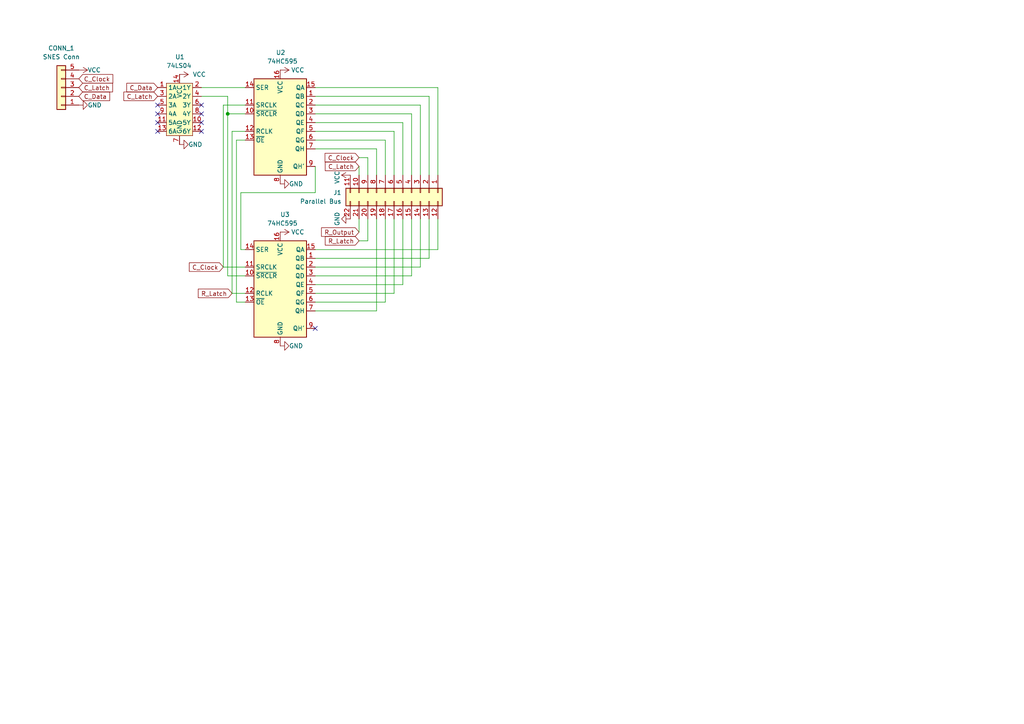
<source format=kicad_sch>
(kicad_sch (version 20211123) (generator eeschema)
  (paper "A4")
  (title_block (title "SNES Controller"))
  (lib_symbols
    (symbol "74xx:74HC595"
      (property "Reference" "U" (at -7.62 13.97 0))
      (property "Value" "74HC595" (at -7.62 -16.51 0))
      (symbol "74HC595_1_0"
        (pin tri_state line (at 10.16 7.62 180) (length 2.54) (name "QB") (number "1"))
        (pin input line (at -10.16 2.54 0) (length 2.54) (name "~{SRCLR}") (number "10"))
        (pin input line (at -10.16 5.08 0) (length 2.54) (name "SRCLK") (number "11"))
        (pin input line (at -10.16 -2.54 0) (length 2.54) (name "RCLK") (number "12"))
        (pin input line (at -10.16 -5.08 0) (length 2.54) (name "~{OE}") (number "13"))
        (pin input line (at -10.16 10.16 0) (length 2.54) (name "SER") (number "14"))
        (pin tri_state line (at 10.16 10.16 180) (length 2.54) (name "QA") (number "15"))
        (pin power_in line (at 0 15.24 270) (length 2.54) (name "VCC") (number "16"))
        (pin tri_state line (at 10.16 5.08 180) (length 2.54) (name "QC") (number "2"))
        (pin tri_state line (at 10.16 2.54 180) (length 2.54) (name "QD") (number "3"))
        (pin tri_state line (at 10.16 0 180) (length 2.54) (name "QE") (number "4"))
        (pin tri_state line (at 10.16 -2.54 180) (length 2.54) (name "QF") (number "5"))
        (pin tri_state line (at 10.16 -5.08 180) (length 2.54) (name "QG") (number "6"))
        (pin tri_state line (at 10.16 -7.62 180) (length 2.54) (name "QH") (number "7"))
        (pin power_in line (at 0 -17.78 90) (length 2.54) (name "GND") (number "8"))
        (pin output line (at 10.16 -12.7 180) (length 2.54) (name "QH'") (number "9"))
      )
      (symbol "74HC595_1_1"
        (rectangle (start -7.62 12.7) (end 7.62 -15.24) (stroke (width 0.254)) (fill (type background)))
      )
    )
    (symbol "Connector_Generic:Conn_01x05" (pin_names (offset 1.016) hide)
      (property "Reference" "J" (at 0 7.62 0))
      (property "Value" "Conn_01x05" (at 0 -7.62 0))
      (symbol "Conn_01x05_1_1"
        (rectangle (start -1.27 -4.953) (end 0 -5.207) (stroke (width 0.1524)))
        (rectangle (start -1.27 -2.413) (end 0 -2.667) (stroke (width 0.1524)))
        (rectangle (start -1.27 0.127) (end 0 -0.127) (stroke (width 0.1524)))
        (rectangle (start -1.27 2.667) (end 0 2.413) (stroke (width 0.1524)))
        (rectangle (start -1.27 5.207) (end 0 4.953) (stroke (width 0.1524)))
        (rectangle (start -1.27 6.35) (end 1.27 -6.35) (stroke (width 0.254)) (fill (type background)))
        (pin passive line (at -5.08 5.08 0) (length 3.81) (name "Pin_1") (number "1"))
        (pin passive line (at -5.08 2.54 0) (length 3.81) (name "Pin_2") (number "2"))
        (pin passive line (at -5.08 0 0) (length 3.81) (name "Pin_3") (number "3"))
        (pin passive line (at -5.08 -2.54 0) (length 3.81) (name "Pin_4") (number "4"))
        (pin passive line (at -5.08 -5.08 0) (length 3.81) (name "Pin_5") (number "5"))
      )
    )
    (symbol "Connector_Generic:Conn_02x11_Top_Bottom" (pin_names (offset 1.016) hide)
      (property "Reference" "J" (at 1.27 15.24 0))
      (property "Value" "Conn_02x11_Top_Bottom" (at 1.27 -15.24 0))
      (symbol "Conn_02x11_Top_Bottom_1_1"
        (rectangle (start -1.27 -12.573) (end 0 -12.827) (stroke (width 0.1524)))
        (rectangle (start -1.27 -10.033) (end 0 -10.287) (stroke (width 0.1524)))
        (rectangle (start -1.27 -7.493) (end 0 -7.747) (stroke (width 0.1524)))
        (rectangle (start -1.27 -4.953) (end 0 -5.207) (stroke (width 0.1524)))
        (rectangle (start -1.27 -2.413) (end 0 -2.667) (stroke (width 0.1524)))
        (rectangle (start -1.27 0.127) (end 0 -0.127) (stroke (width 0.1524)))
        (rectangle (start -1.27 2.667) (end 0 2.413) (stroke (width 0.1524)))
        (rectangle (start -1.27 5.207) (end 0 4.953) (stroke (width 0.1524)))
        (rectangle (start -1.27 7.747) (end 0 7.493) (stroke (width 0.1524)))
        (rectangle (start -1.27 10.287) (end 0 10.033) (stroke (width 0.1524)))
        (rectangle (start -1.27 12.827) (end 0 12.573) (stroke (width 0.1524)))
        (rectangle (start -1.27 13.97) (end 3.81 -13.97) (stroke (width 0.254)) (fill (type background)))
        (rectangle (start 3.81 -12.573) (end 2.54 -12.827) (stroke (width 0.1524)))
        (rectangle (start 3.81 -10.033) (end 2.54 -10.287) (stroke (width 0.1524)))
        (rectangle (start 3.81 -7.493) (end 2.54 -7.747) (stroke (width 0.1524)))
        (rectangle (start 3.81 -4.953) (end 2.54 -5.207) (stroke (width 0.1524)))
        (rectangle (start 3.81 -2.413) (end 2.54 -2.667) (stroke (width 0.1524)))
        (rectangle (start 3.81 0.127) (end 2.54 -0.127) (stroke (width 0.1524)))
        (rectangle (start 3.81 2.667) (end 2.54 2.413) (stroke (width 0.1524)))
        (rectangle (start 3.81 5.207) (end 2.54 4.953) (stroke (width 0.1524)))
        (rectangle (start 3.81 7.747) (end 2.54 7.493) (stroke (width 0.1524)))
        (rectangle (start 3.81 10.287) (end 2.54 10.033) (stroke (width 0.1524)))
        (rectangle (start 3.81 12.827) (end 2.54 12.573) (stroke (width 0.1524)))
        (pin passive line (at -5.08 12.7 0) (length 3.81) (name "Pin_1") (number "1"))
        (pin passive line (at -5.08 -10.16 0) (length 3.81) (name "Pin_10") (number "10"))
        (pin passive line (at -5.08 -12.7 0) (length 3.81) (name "Pin_11") (number "11"))
        (pin passive line (at 7.62 12.7 180) (length 3.81) (name "Pin_12") (number "12"))
        (pin passive line (at 7.62 10.16 180) (length 3.81) (name "Pin_13") (number "13"))
        (pin passive line (at 7.62 7.62 180) (length 3.81) (name "Pin_14") (number "14"))
        (pin passive line (at 7.62 5.08 180) (length 3.81) (name "Pin_15") (number "15"))
        (pin passive line (at 7.62 2.54 180) (length 3.81) (name "Pin_16") (number "16"))
        (pin passive line (at 7.62 0 180) (length 3.81) (name "Pin_17") (number "17"))
        (pin passive line (at 7.62 -2.54 180) (length 3.81) (name "Pin_18") (number "18"))
        (pin passive line (at 7.62 -5.08 180) (length 3.81) (name "Pin_19") (number "19"))
        (pin passive line (at -5.08 10.16 0) (length 3.81) (name "Pin_2") (number "2"))
        (pin passive line (at 7.62 -7.62 180) (length 3.81) (name "Pin_20") (number "20"))
        (pin passive line (at 7.62 -10.16 180) (length 3.81) (name "Pin_21") (number "21"))
        (pin passive line (at 7.62 -12.7 180) (length 3.81) (name "Pin_22") (number "22"))
        (pin passive line (at -5.08 7.62 0) (length 3.81) (name "Pin_3") (number "3"))
        (pin passive line (at -5.08 5.08 0) (length 3.81) (name "Pin_4") (number "4"))
        (pin passive line (at -5.08 2.54 0) (length 3.81) (name "Pin_5") (number "5"))
        (pin passive line (at -5.08 0 0) (length 3.81) (name "Pin_6") (number "6"))
        (pin passive line (at -5.08 -2.54 0) (length 3.81) (name "Pin_7") (number "7"))
        (pin passive line (at -5.08 -5.08 0) (length 3.81) (name "Pin_8") (number "8"))
        (pin passive line (at -5.08 -7.62 0) (length 3.81) (name "Pin_9") (number "9"))
      )
    )
    (symbol "Lyra-SymbolLib:74LS04"
      (property "Reference" "U?" (at -2.54 8.89 0))
      (property "Value" "74LS04" (at -1.27 6.35 0))
      (symbol "74LS04_0_1"
        (rectangle (start -5.08 -3.81) (end 2.54 -19.05) (fill (type background)))
      )
      (symbol "74LS04_1_1"
        (pin input line (at -7.62 -5.08 0) (length 2.54) (name "1A") (number "1"))
        (pin output line (at 5.08 -15.24 180) (length 2.54) (name "5Y") (number "10"))
        (pin input line (at -7.62 -15.24 0) (length 2.54) (name "5A") (number "11"))
        (pin output line (at 5.08 -17.78 180) (length 2.54) (name "6Y") (number "12"))
        (pin input line (at -7.62 -17.78 0) (length 2.54) (name "6A") (number "13"))
        (pin power_in line (at -1.27 -1.27 270) (length 2.54) (name "VCC") (number "14"))
        (pin output line (at 5.08 -5.08 180) (length 2.54) (name "1Y") (number "2"))
        (pin input line (at -7.62 -7.62 0) (length 2.54) (name "2A") (number "3"))
        (pin output line (at 5.08 -7.62 180) (length 2.54) (name "2Y") (number "4"))
        (pin input line (at -7.62 -10.16 0) (length 2.54) (name "3A") (number "5"))
        (pin output line (at 5.08 -10.16 180) (length 2.54) (name "3Y") (number "6"))
        (pin power_out line (at -1.27 -21.59 90) (length 2.54) (name "GND") (number "7"))
        (pin output line (at 5.08 -12.7 180) (length 2.54) (name "4Y") (number "8"))
        (pin input line (at -7.62 -12.7 0) (length 2.54) (name "4A") (number "9"))
      )
    )
    (symbol "power:GND" (power) (pin_names (offset 0))
      (property "Value" "GND" (at 0 -3.81 0))
      (symbol "GND_0_1"
        (polyline (pts (xy 0 0) (xy 0 -1.27) (xy 1.27 -1.27) (xy 0 -2.54) (xy -1.27 -1.27) (xy 0 -1.27)))
      )
      (symbol "GND_1_1"
        (pin power_in line (at 0 0 270) (length 0) hide (name "GND") (number "1"))
      )
    )
    (symbol "power:VCC" (power) (pin_names (offset 0))
      (property "Value" "VCC" (at 0 3.81 0))
      (symbol "VCC_0_1"
        (polyline (pts (xy -0.762 1.27) (xy 0 2.54)))
        (polyline (pts (xy 0 0) (xy 0 2.54)))
        (polyline (pts (xy 0 2.54) (xy 0.762 1.27)))
      )
      (symbol "VCC_1_1"
        (pin power_in line (at 0 0 90) (length 0) hide (name "VCC") (number "1"))
      )
    )
  )
  (junction (at 66.04 33.02))
  (no_connect (at 91.44 95.25))
  (no_connect (at 58.42 38.1))
  (no_connect (at 45.72 30.48))
  (no_connect (at 45.72 33.02))
  (no_connect (at 45.72 35.56))
  (no_connect (at 45.72 38.1))
  (no_connect (at 58.42 35.56))
  (no_connect (at 58.42 33.02))
  (no_connect (at 58.42 30.48))
  (wire (pts (xy 91.44 72.39) (xy 127 72.39)))
  (wire (pts (xy 64.77 30.48) (xy 64.77 77.47)))
  (wire (pts (xy 121.92 30.48) (xy 121.92 50.8)))
  (wire (pts (xy 66.04 33.02) (xy 66.04 80.01)))
  (wire (pts (xy 64.77 77.47) (xy 71.12 77.47)))
  (wire (pts (xy 127 72.39) (xy 127 63.5)))
  (wire (pts (xy 91.44 77.47) (xy 121.92 77.47)))
  (wire (pts (xy 106.68 45.72) (xy 106.68 50.8)))
  (wire (pts (xy 121.92 77.47) (xy 121.92 63.5)))
  (wire (pts (xy 66.04 80.01) (xy 71.12 80.01)))
  (wire (pts (xy 67.31 38.1) (xy 71.12 38.1)))
  (wire (pts (xy 91.44 38.1) (xy 114.3 38.1)))
  (wire (pts (xy 66.04 27.94) (xy 66.04 33.02)))
  (wire (pts (xy 111.76 87.63) (xy 111.76 63.5)))
  (wire (pts (xy 106.68 69.85) (xy 106.68 63.5)))
  (wire (pts (xy 68.58 87.63) (xy 71.12 87.63)))
  (wire (pts (xy 124.46 27.94) (xy 124.46 50.8)))
  (wire (pts (xy 124.46 74.93) (xy 124.46 63.5)))
  (wire (pts (xy 91.44 35.56) (xy 116.84 35.56)))
  (wire (pts (xy 104.14 63.5) (xy 104.14 67.31)))
  (wire (pts (xy 91.44 40.64) (xy 111.76 40.64)))
  (wire (pts (xy 67.31 85.09) (xy 71.12 85.09)))
  (wire (pts (xy 109.22 90.17) (xy 109.22 63.5)))
  (wire (pts (xy 116.84 82.55) (xy 116.84 63.5)))
  (wire (pts (xy 104.14 45.72) (xy 106.68 45.72)))
  (wire (pts (xy 91.44 33.02) (xy 119.38 33.02)))
  (wire (pts (xy 91.44 25.4) (xy 127 25.4)))
  (wire (pts (xy 69.85 55.88) (xy 69.85 72.39)))
  (wire (pts (xy 111.76 40.64) (xy 111.76 50.8)))
  (wire (pts (xy 104.14 69.85) (xy 106.68 69.85)))
  (wire (pts (xy 91.44 85.09) (xy 114.3 85.09)))
  (wire (pts (xy 58.42 25.4) (xy 71.12 25.4)))
  (wire (pts (xy 127 25.4) (xy 127 50.8)))
  (wire (pts (xy 64.77 30.48) (xy 71.12 30.48)))
  (wire (pts (xy 66.04 33.02) (xy 71.12 33.02)))
  (wire (pts (xy 91.44 30.48) (xy 121.92 30.48)))
  (wire (pts (xy 119.38 33.02) (xy 119.38 50.8)))
  (wire (pts (xy 119.38 80.01) (xy 119.38 63.5)))
  (wire (pts (xy 109.22 43.18) (xy 109.22 50.8)))
  (wire (pts (xy 91.44 43.18) (xy 109.22 43.18)))
  (wire (pts (xy 114.3 85.09) (xy 114.3 63.5)))
  (wire (pts (xy 91.44 87.63) (xy 111.76 87.63)))
  (wire (pts (xy 68.58 40.64) (xy 68.58 87.63)))
  (wire (pts (xy 91.44 90.17) (xy 109.22 90.17)))
  (wire (pts (xy 91.44 55.88) (xy 69.85 55.88)))
  (wire (pts (xy 114.3 38.1) (xy 114.3 50.8)))
  (wire (pts (xy 67.31 38.1) (xy 67.31 85.09)))
  (wire (pts (xy 91.44 48.26) (xy 91.44 55.88)))
  (wire (pts (xy 116.84 35.56) (xy 116.84 50.8)))
  (wire (pts (xy 91.44 27.94) (xy 124.46 27.94)))
  (wire (pts (xy 69.85 72.39) (xy 71.12 72.39)))
  (wire (pts (xy 91.44 80.01) (xy 119.38 80.01)))
  (wire (pts (xy 91.44 74.93) (xy 124.46 74.93)))
  (wire (pts (xy 71.12 40.64) (xy 68.58 40.64)))
  (wire (pts (xy 91.44 82.55) (xy 116.84 82.55)))
  (wire (pts (xy 104.14 48.26) (xy 104.14 50.8)))
  (wire (pts (xy 58.42 27.94) (xy 66.04 27.94)))
  (global_label "R_Latch" (shape input) (at 67.31 85.09 180) (property "Intersheet References" "${INTERSHEET_REFS}" (effects hide)))
  (global_label "R_Output" (shape input) (at 104.14 67.31 180) (property "Intersheet References" "${INTERSHEET_REFS}" (effects hide)))
  (global_label "C_Data" (shape input) (at 22.86 27.94 0) (property "Intersheet References" "${INTERSHEET_REFS}" (effects hide)))
  (global_label "C_Latch" (shape input) (at 45.72 27.94 180) (property "Intersheet References" "${INTERSHEET_REFS}" (effects hide)))
  (global_label "C_Data" (shape input) (at 45.72 25.4 180) (property "Intersheet References" "${INTERSHEET_REFS}" (effects hide)))
  (global_label "C_Clock" (shape input) (at 22.86 22.86 0) (property "Intersheet References" "${INTERSHEET_REFS}" (effects hide)))
  (global_label "C_Clock" (shape input) (at 64.77 77.47 180) (property "Intersheet References" "${INTERSHEET_REFS}" (effects hide)))
  (global_label "R_Latch" (shape input) (at 104.14 69.85 180) (property "Intersheet References" "${INTERSHEET_REFS}" (effects hide)))
  (global_label "C_Latch" (shape input) (at 22.86 25.4 0) (property "Intersheet References" "${INTERSHEET_REFS}" (effects hide)))
  (global_label "C_Latch" (shape input) (at 104.14 48.26 180) (property "Intersheet References" "${INTERSHEET_REFS}" (effects hide)))
  (global_label "C_Clock" (shape input) (at 104.14 45.72 180) (property "Intersheet References" "${INTERSHEET_REFS}" (effects hide)))
  (symbol (lib_id "74xx:74HC595") (at 81.28 82.55 0) (unit 1)
    (property "Reference" "U3" (at 81.28 62.23 0) (effects (justify left)))
    (property "Value" "74HC595" (at 77.47 64.77 0) (effects (justify left)))
    (property "Footprint" "Package_DIP:DIP-16_W7.62mm" (effects hide))
    (property "Datasheet" "http://www.ti.com/lit/ds/symlink/sn74hc595.pdf" (effects hide))
  )
  (symbol (lib_id "power:VCC") (at 81.28 67.31 270) (unit 1)
    (property "Reference" "#PWR0104" (effects hide))
    (property "Value" "VCC" (at 86.36 67.31 90))
  )
  (symbol (lib_id "Lyra-SymbolLib:74LS04") (at 53.34 20.32 0) (unit 1)
    (property "Reference" "U1" (at 50.8 16.51 0) (effects (justify left)))
    (property "Value" "74LS04" (at 48.26 19.05 0) (effects (justify left)))
    (property "Footprint" "Package_DIP:DIP-14_W7.62mm" (effects hide))
  )
  (symbol (lib_id "power:GND") (at 22.86 30.48 90) (unit 1)
    (property "Reference" "#PWR0109" (effects hide))
    (property "Value" "GND" (at 25.4 30.48 90) (effects (justify right)))
  )
  (symbol (lib_id "Connector_Generic:Conn_01x05") (at 17.78 25.4 180) (unit 1)
    (property "Reference" "CONN_1" (at 17.78 13.97 0))
    (property "Value" "SNES Conn" (at 17.78 16.51 0))
    (property "Footprint" "Connector_PinHeader_2.54mm:PinHeader_1x05_P2.54mm_Vertical" (effects hide))
  )
  (symbol (lib_id "power:GND") (at 52.07 41.91 90) (unit 1)
    (property "Reference" "#PWR0106" (effects hide))
    (property "Value" "GND" (at 54.61 41.91 90) (effects (justify right)))
  )
  (symbol (lib_id "power:VCC") (at 22.86 20.32 270) (unit 1)
    (property "Reference" "#PWR0110" (effects hide))
    (property "Value" "VCC" (at 25.4 20.32 90) (effects (justify left)))
  )
  (symbol (lib_id "power:GND") (at 81.28 100.33 90) (unit 1)
    (property "Reference" "#PWR0103" (effects hide))
    (property "Value" "GND" (at 83.82 100.33 90) (effects (justify right)))
  )
  (symbol (lib_id "power:GND") (at 101.6 63.5 270) (unit 1)
    (property "Reference" "#PWR0111" (effects hide))
    (property "Value" "GND" (at 97.79 63.5 0))
  )
  (symbol (lib_id "power:VCC") (at 101.6 50.8 90) (unit 1)
    (property "Reference" "#PWR0112" (effects hide))
    (property "Value" "VCC" (at 97.79 49.53 0) (effects (justify right)))
  )
  (symbol (lib_id "Connector_Generic:Conn_02x11_Top_Bottom") (at 114.3 55.88 270) (unit 1)
    (property "Reference" "J1" (at 99.06 55.8799 90) (effects (justify right)))
    (property "Value" "Parallel Bus" (at 99.06 58.4199 90) (effects (justify right)))
    (property "Footprint" "Connector_PinHeader_2.54mm:PinHeader_2x11_P2.54mm_Vertical" (effects hide))
  )
  (symbol (lib_id "74xx:74HC595") (at 81.28 35.56 0) (unit 1)
    (property "Reference" "U2" (at 80.01 15.24 0) (effects (justify left)))
    (property "Value" "74HC595" (at 77.47 17.78 0) (effects (justify left)))
    (property "Footprint" "Package_DIP:DIP-16_W7.62mm" (effects hide))
    (property "Datasheet" "http://www.ti.com/lit/ds/symlink/sn74hc595.pdf" (effects hide))
  )
  (symbol (lib_id "power:GND") (at 81.28 53.34 90) (unit 1)
    (property "Reference" "#PWR0102" (effects hide))
    (property "Value" "GND" (at 83.82 53.34 90) (effects (justify right)))
  )
  (symbol (lib_id "power:VCC") (at 52.07 21.59 270) (unit 1)
    (property "Reference" "#PWR0105" (effects hide))
    (property "Value" "VCC" (at 55.88 21.5899 90) (effects (justify left)))
  )
  (symbol (lib_id "power:VCC") (at 81.28 20.32 270) (unit 1)
    (property "Reference" "#PWR0101" (effects hide))
    (property "Value" "VCC" (at 86.36 20.32 90))
  )
)
</source>
